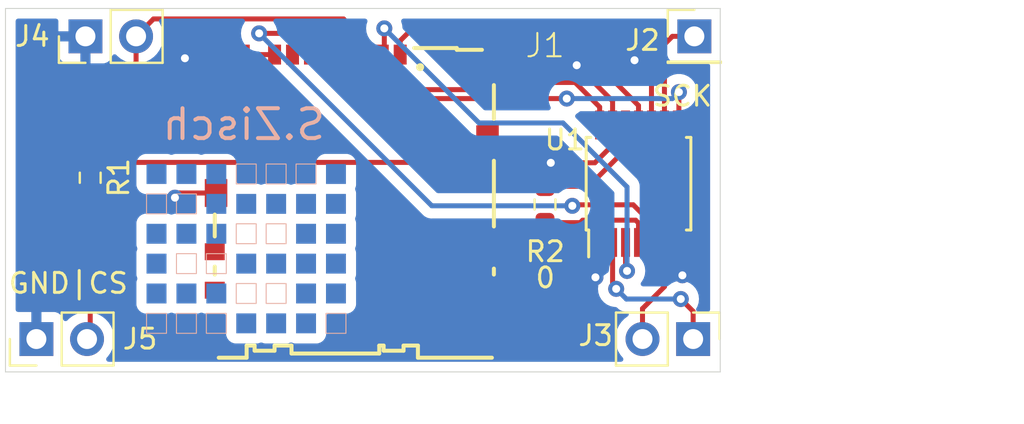
<source format=kicad_pcb>
(kicad_pcb (version 20211014) (generator pcbnew)
  (layers (0 "F.Cu" signal) (31 "B.Cu" signal) (34 "B.Paste" user) (35 "F.Paste" user) (36 "B.SilkS" user "B.Silkscreen") (37 "F.SilkS" user "F.Silkscreen") (38 "B.Mask" user) (39 "F.Mask" user) (44 "Edge.Cuts" user))
  (net 0 "")
  (net 1 "+3V3")
  (net 2 "SCLK")
  (net 3 "GND")
  (net 4 "CS")
  (net 5 "/CS_OUT")
  (net 6 "/SCLK_OUT")
  (net 7 "MISO_SD")
  (net 8 "MOSI_SD")
  (net 9 "Net-(R2-Pad2)")
  (net 10 "Net-(U1-Pad2)")
  (net 11 "Net-(U1-Pad6)")
  (footprint "Resistor_SMD:R_0603_1608Metric_Pad0.98x0.95mm_HandSolder" (layer "F.Cu") (at 136.5 88.5 -90)
    (fp_text reference "R1" (at 0 -1.43 -90) (layer "F.SilkS"))
    (fp_text value "10k")
    (fp_line (start -0.254724 -0.5225) (end 0.254724 -0.5225) (layer "F.SilkS") (width 0.12))
    (fp_line (start -0.254724 0.5225) (end 0.254724 0.5225) (layer "F.SilkS") (width 0.12))
    (pad "1" smd roundrect (at -0.9125 0 270) (size 0.975 0.95) (layers "F.Cu" "F.Paste" "F.Mask") (net 1 "+3V3"))
    (pad "2" smd roundrect (at 0.9125 0 270) (size 0.975 0.95) (layers "F.Cu" "F.Paste" "F.Mask") (net 4 "CS"))
  )
  (footprint "Eagle_WR-CRD (rev21a):693071030811" (layer "F.Cu") (at 149.746 89.762)
    (fp_text reference "J1" (at 8.5 -7.215) (layer "F.SilkS") (effects (font (size 1.1684 1.1684) (thickness 0.1016)) (justify left bottom)))
    (fp_text value "SD-Karte 9-pin push-push")
    (fp_line (start -5 7.425) (end -4 7.425) (layer "F.SilkS") (width 0.2))
    (fp_line (start -7 3.2) (end -7 3.6) (layer "F.SilkS") (width 0.2))
    (fp_line (start 3 -7.775) (end 5.14 -7.775) (layer "F.SilkS") (width 0.2))
    (fp_line (start -5.4 7.775) (end -5.4 7.165) (layer "F.SilkS") (width 0.2))
    (fp_line (start -3.15 7.565) (end 1.25 7.565) (layer "F.SilkS") (width 0.2))
    (fp_line (start 7 -5.915) (end 7 -4.215) (layer "F.SilkS") (width 0.2))
    (fp_line (start 1.25 7.165) (end 1.47 7.165) (layer "F.SilkS") (width 0.2))
    (fp_line (start -6.8 7.775) (end -5.4 7.775) (layer "F.SilkS") (width 0.2))
    (fp_line (start 2.47 7.425) (end 2.47 7.165) (layer "F.SilkS") (width 0.2))
    (fp_line (start 1.47 7.165) (end 1.47 7.425) (layer "F.SilkS") (width 0.2))
    (fp_line (start -7 0.585) (end -7 1.685) (layer "F.SilkS") (width 0.2))
    (fp_line (start 3.19 7.775) (end 6.9 7.775) (layer "F.SilkS") (width 0.2))
    (fp_line (start 2.47 7.165) (end 3.19 7.165) (layer "F.SilkS") (width 0.2))
    (fp_line (start 5.14 -7.775) (end 5.14 -7.685) (layer "F.SilkS") (width 0.2))
    (fp_line (start 1.25 7.565) (end 1.25 7.165) (layer "F.SilkS") (width 0.2))
    (fp_line (start -5.4 7.165) (end -5 7.165) (layer "F.SilkS") (width 0.2))
    (fp_line (start 7 3.3) (end 7 3.6) (layer "F.SilkS") (width 0.2))
    (fp_line (start -5 7.165) (end -5 7.425) (layer "F.SilkS") (width 0.2))
    (fp_line (start 7 -2.115) (end 7 1.185) (layer "F.SilkS") (width 0.2))
    (fp_line (start -4 7.425) (end -4 7.165) (layer "F.SilkS") (width 0.2))
    (fp_line (start 3.19 7.165) (end 3.19 7.775) (layer "F.SilkS") (width 0.2))
    (fp_line (start -3.15 7.165) (end -3.15 7.565) (layer "F.SilkS") (width 0.2))
    (fp_line (start -4 7.165) (end -3.15 7.165) (layer "F.SilkS") (width 0.2))
    (fp_line (start 1.47 7.425) (end 2.47 7.425) (layer "F.SilkS") (width 0.2))
    (fp_line (start 5.14 -7.685) (end 6.4 -7.685) (layer "F.SilkS") (width 0.2))
    (fp_circle (center 3.3 -6.815) (end 3.4 -6.815) (layer "F.SilkS") (width 0.2) (fill none))
    (pad "1" smd rect (at 2.3 -7.445) (size 0.65 1) (layers "F.Cu" "F.Paste" "F.Mask") (net 5 "/CS_OUT"))
    (pad "2" smd rect (at 1.4 -7.445) (size 0.65 1) (layers "F.Cu" "F.Paste" "F.Mask") (net 8 "MOSI_SD"))
    (pad "3" smd rect (at 0.5 -7.445) (size 0.65 1) (layers "F.Cu" "F.Paste" "F.Mask") (net 1 "+3V3"))
    (pad "4" smd rect (at -0.4 -7.445) (size 0.65 1) (layers "F.Cu" "F.Paste" "F.Mask") (net 6 "/SCLK_OUT"))
    (pad "5" smd rect (at -1.3 -7.445) (size 0.65 1) (layers "F.Cu" "F.Paste" "F.Mask") (net 3 "GND"))
    (pad "6" smd rect (at -2.2 -7.445) (size 0.65 1) (layers "F.Cu" "F.Paste" "F.Mask") (net 3 "GND"))
    (pad "7" smd rect (at -3.1 -7.445) (size 0.65 1) (layers "F.Cu" "F.Paste" "F.Mask") (net 7 "MISO_SD"))
    (pad "8" smd rect (at -4 -7.445) (size 0.65 1) (layers "F.Cu" "F.Paste" "F.Mask") (net 3 "GND"))
    (pad "9" smd rect (at -5.57 -7.445) (size 0.65 1) (layers "F.Cu" "F.Paste" "F.Mask") (net 3 "GND"))
    (pad "10" smd rect (at -6.935 -0.495) (size 1.13 1.4) (layers "F.Cu" "F.Paste" "F.Mask") (net 3 "GND"))
    (pad "11-1" smd rect (at -7.15 -7.095) (size 0.9 1.7) (layers "F.Cu" "F.Paste" "F.Mask"))
    (pad "11-3" smd rect (at -7 2.455) (size 1 0.85) (layers "F.Cu" "F.Paste" "F.Mask"))
    (pad "11-4" smd rect (at -7 4.385) (size 1 0.85) (layers "F.Cu" "F.Paste" "F.Mask"))
    (pad "11-5" smd rect (at -7.15 6.605) (size 0.9 1.7) (layers "F.Cu" "F.Paste" "F.Mask"))
    (pad "11-6" smd rect (at 7.15 6.605) (size 0.9 1.7) (layers "F.Cu" "F.Paste" "F.Mask"))
    (pad "11-7" smd rect (at 7 4.385 180) (size 1 0.85) (layers "F.Cu" "F.Paste" "F.Mask"))
    (pad "11-8" smd rect (at 6.68 2.255) (size 1.13 1.4) (layers "F.Cu" "F.Paste" "F.Mask"))
    (pad "11-9" smd rect (at 6.68 -3.195) (size 1.13 1.4) (layers "F.Cu" "F.Paste" "F.Mask"))
    (pad "11-10" smd rect (at 7.15 -7.095) (size 0.9 1.7) (layers "F.Cu" "F.Paste" "F.Mask"))
  )
  (footprint "Connector_PinHeader_2.54mm:PinHeader_1x01_P2.54mm_Vertical" (layer "F.Cu") (at 166.8 81.4)
    (fp_text reference "J2" (at -2.6 0.2) (layer "F.SilkS"))
    (fp_text value "SCK" (at -0.6 3) (layer "F.SilkS"))
    (fp_line (start -1.33 1.33) (end 1.33 1.33) (layer "F.SilkS") (width 0.12))
    (fp_line (start -1.33 0) (end -1.33 -1.33) (layer "F.SilkS") (width 0.12))
    (fp_line (start -1.33 1.27) (end 1.33 1.27) (layer "F.SilkS") (width 0.12))
    (fp_line (start -1.33 -1.33) (end 0 -1.33) (layer "F.SilkS") (width 0.12))
    (fp_line (start 1.33 1.27) (end 1.33 1.33) (layer "F.SilkS") (width 0.12))
    (fp_line (start -1.33 1.27) (end -1.33 1.33) (layer "F.SilkS") (width 0.12))
    (pad "1" thru_hole rect locked (at 0 0) (size 1.7 1.7) (drill 1) (layers *.Cu *.Mask) (net 2 "SCLK"))
  )
  (footprint "Connector_PinHeader_2.54mm:PinHeader_1x02_P2.54mm_Vertical" (layer "F.Cu") (at 136.26 81.4 90)
    (fp_text reference "J4" (at 0 -2.66 180) (layer "F.SilkS"))
    (fp_text value "GND/VCC")
    (fp_line (start -1.33 3.87) (end 1.33 3.87) (layer "F.SilkS") (width 0.12))
    (fp_line (start 1.33 1.27) (end 1.33 3.87) (layer "F.SilkS") (width 0.12))
    (fp_line (start -1.33 1.27) (end -1.33 3.87) (layer "F.SilkS") (width 0.12))
    (fp_line (start -1.33 1.27) (end 1.33 1.27) (layer "F.SilkS") (width 0.12))
    (fp_line (start -1.33 -1.33) (end 0 -1.33) (layer "F.SilkS") (width 0.12))
    (fp_line (start -1.33 0) (end -1.33 -1.33) (layer "F.SilkS") (width 0.12))
    (pad "1" thru_hole rect locked (at 0 0 90) (size 1.7 1.7) (drill 1) (layers *.Cu *.Mask) (net 3 "GND"))
    (pad "2" thru_hole oval locked (at 0 2.54 90) (size 1.7 1.7) (drill 1) (layers *.Cu *.Mask) (net 1 "+3V3"))
  )
  (footprint "Connector_PinHeader_2.54mm:PinHeader_1x02_P2.54mm_Vertical" (layer "F.Cu") (at 166.74 96.6 -90)
    (fp_text reference "J3" (at -0.175 4.89) (layer "F.SilkS"))
    (fp_text value "MOSI/MISO")
    (fp_line (start -1.33 1.27) (end -1.33 3.87) (layer "F.SilkS") (width 0.12))
    (fp_line (start 1.33 1.27) (end 1.33 3.87) (layer "F.SilkS") (width 0.12))
    (fp_line (start -1.33 0) (end -1.33 -1.33) (layer "F.SilkS") (width 0.12))
    (fp_line (start -1.33 1.27) (end 1.33 1.27) (layer "F.SilkS") (width 0.12))
    (fp_line (start -1.33 -1.33) (end 0 -1.33) (layer "F.SilkS") (width 0.12))
    (fp_line (start -1.33 3.87) (end 1.33 3.87) (layer "F.SilkS") (width 0.12))
    (pad "1" thru_hole rect (at 0 0 270) (size 1.7 1.7) (drill 1) (layers *.Cu *.Mask) (net 10 "Net-(U1-Pad2)"))
    (pad "2" thru_hole oval (at 0 2.54 270) (size 1.7 1.7) (drill 1) (layers *.Cu *.Mask) (net 11 "Net-(U1-Pad6)"))
  )
  (footprint "Connector_PinHeader_2.54mm:PinHeader_1x02_P2.54mm_Vertical" (layer "F.Cu") (at 133.8 96.6 90)
    (fp_text reference "J5" (at 0 5.2 180) (layer "F.SilkS"))
    (fp_text value "GND|CS" (at 2.8 1.6 180) (layer "F.SilkS"))
    (fp_line (start -1.33 0) (end -1.33 -1.33) (layer "F.SilkS") (width 0.12))
    (fp_line (start 1.33 1.27) (end 1.33 3.87) (layer "F.SilkS") (width 0.12))
    (fp_line (start -1.33 1.27) (end 1.33 1.27) (layer "F.SilkS") (width 0.12))
    (fp_line (start -1.33 -1.33) (end 0 -1.33) (layer "F.SilkS") (width 0.12))
    (fp_line (start -1.33 1.27) (end -1.33 3.87) (layer "F.SilkS") (width 0.12))
    (fp_line (start -1.33 3.87) (end 1.33 3.87) (layer "F.SilkS") (width 0.12))
    (pad "1" thru_hole rect locked (at 0 0 90) (size 1.7 1.7) (drill 1) (layers *.Cu *.Mask) (net 3 "GND"))
    (pad "2" thru_hole oval locked (at 0 2.54 90) (size 1.7 1.7) (drill 1) (layers *.Cu *.Mask) (net 4 "CS"))
  )
  (footprint "Package_SO:TSSOP-14_4.4x5mm_P0.65mm" (layer "F.Cu") (at 164 88.8 90)
    (fp_text reference "U1" (at 2.2 -3.7 180) (layer "F.SilkS"))
    (fp_text value "74LVTH125PW,118")
    (fp_line (start 2.325 2.625) (end 2.325 2.4) (layer "F.SilkS") (width 0.15))
    (fp_line (start -2.325 -2.625) (end 2.325 -2.625) (layer "F.SilkS") (width 0.15))
    (fp_line (start 2.325 -2.625) (end 2.325 -2.4) (layer "F.SilkS") (width 0.15))
    (fp_line (start -2.325 -2.5) (end -3.675 -2.5) (layer "F.SilkS") (width 0.15))
    (fp_line (start -2.325 2.625) (end 2.325 2.625) (layer "F.SilkS") (width 0.15))
    (fp_line (start -2.325 -2.625) (end -2.325 -2.5) (layer "F.SilkS") (width 0.15))
    (fp_line (start -2.325 2.625) (end -2.325 2.4) (layer "F.SilkS") (width 0.15))
    (pad "1" smd rect locked (at -2.95 -1.95 90) (size 1.45 0.45) (layers "F.Cu" "F.Paste" "F.Mask") (net 3 "GND"))
    (pad "2" smd rect locked (at -2.95 -1.3 90) (size 1.45 0.45) (layers "F.Cu" "F.Paste" "F.Mask") (net 10 "Net-(U1-Pad2)"))
    (pad "3" smd rect locked (at -2.95 -0.65 90) (size 1.45 0.45) (layers "F.Cu" "F.Paste" "F.Mask") (net 8 "MOSI_SD"))
    (pad "4" smd rect locked (at -2.95 0 90) (size 1.45 0.45) (layers "F.Cu" "F.Paste" "F.Mask") (net 9 "Net-(R2-Pad2)"))
    (pad "5" smd rect locked (at -2.95 0.65 90) (size 1.45 0.45) (layers "F.Cu" "F.Paste" "F.Mask") (net 7 "MISO_SD"))
    (pad "6" smd rect locked (at -2.95 1.3 90) (size 1.45 0.45) (layers "F.Cu" "F.Paste" "F.Mask") (net 11 "Net-(U1-Pad6)"))
    (pad "7" smd rect locked (at -2.95 1.95 90) (size 1.45 0.45) (layers "F.Cu" "F.Paste" "F.Mask") (net 3 "GND"))
    (pad "8" smd rect locked (at 2.95 1.95 90) (size 1.45 0.45) (layers "F.Cu" "F.Paste" "F.Mask") (net 6 "/SCLK_OUT"))
    (pad "9" smd rect locked (at 2.95 1.3 90) (size 1.45 0.45) (layers "F.Cu" "F.Paste" "F.Mask") (net 2 "SCLK"))
    (pad "10" smd rect locked (at 2.95 0.65 90) (size 1.45 0.45) (layers "F.Cu" "F.Paste" "F.Mask") (net 3 "GND"))
    (pad "11" smd rect locked (at 2.95 0 90) (size 1.45 0.45) (layers "F.Cu" "F.Paste" "F.Mask") (net 5 "/CS_OUT"))
    (pad "12" smd rect locked (at 2.95 -0.65 90) (size 1.45 0.45) (layers "F.Cu" "F.Paste" "F.Mask") (net 4 "CS"))
    (pad "13" smd rect locked (at 2.95 -1.3 90) (size 1.45 0.45) (layers "F.Cu" "F.Paste" "F.Mask") (net 3 "GND"))
    (pad "14" smd rect locked (at 2.95 -1.95 90) (size 1.45 0.45) (layers "F.Cu" "F.Paste" "F.Mask") (net 1 "+3V3"))
  )
  (footprint "Resistor_SMD:R_0603_1608Metric_Pad0.98x0.95mm_HandSolder" (layer "F.Cu") (at 159.31 89.8425 -90)
    (fp_text reference "R2" (at 2.3675 -0.01 180) (layer "F.SilkS"))
    (fp_text value "0" (at 3.6825 -0.015 180) (layer "F.SilkS"))
    (fp_line (start -0.254724 0.5225) (end 0.254724 0.5225) (layer "F.SilkS") (width 0.12))
    (fp_line (start -0.254724 -0.5225) (end 0.254724 -0.5225) (layer "F.SilkS") (width 0.12))
    (pad "1" smd roundrect (at -0.9125 0 270) (size 0.975 0.95) (layers "F.Cu" "F.Paste" "F.Mask") (net 4 "CS"))
    (pad "2" smd roundrect (at 0.9125 0 270) (size 0.975 0.95) (layers "F.Cu" "F.Paste" "F.Mask") (net 9 "Net-(R2-Pad2)"))
  )
  (footprint "IES_Logo:IES_Logo" (layer "B.Cu") (at 146.325 85.8125 180)
    (fp_text reference "REF**" hide)
    (fp_text value "IES_Logo")
    (fp_rect (start 3 -9.5) (end 4 -10.5) (layer "B.SilkS") (width 0.05) (fill none))
    (fp_rect (start 4.5 -6.5) (end 5.5 -7.5) (layer "B.SilkS") (width 0.05) (fill none))
    (fp_rect (start 0 -5) (end 1 -6) (layer "B.SilkS") (width 0.05) (fill none))
    (fp_rect (start 4.5 -9.5) (end 5.5 -10.5) (layer "B.SilkS") (width 0.05) (fill none))
    (fp_rect (start 1.5 -8) (end 2.5 -9) (layer "B.SilkS") (width 0.05) (fill none))
    (fp_rect (start -1.5 -2) (end -0.5 -3) (layer "B.SilkS") (width 0.05) (fill none))
    (fp_rect (start 4.5 -3.5) (end 5.5 -4.5) (layer "B.SilkS") (width 0.05) (fill none))
    (fp_rect (start -3 -9.5) (end -2 -10.5) (layer "B.SilkS") (width 0.05) (fill none))
    (fp_rect (start 6 -9.5) (end 7 -10.5) (layer "B.SilkS") (width 0.05) (fill none))
    (fp_rect (start 6 -3.5) (end 7 -4.5) (layer "B.SilkS") (width 0.05) (fill none))
    (fp_rect (start 3 -6.5) (end 4 -7.5) (layer "B.SilkS") (width 0.05) (fill none))
    (fp_rect (start 0 -2) (end 1 -3) (layer "B.SilkS") (width 0.05) (fill none))
    (fp_rect (start 0 -8) (end 1 -9) (layer "B.SilkS") (width 0.05) (fill none))
    (fp_rect (start 1.5 -5) (end 2.5 -6) (layer "B.SilkS") (width 0.05) (fill none))
    (fp_rect (start 1.5 -2) (end 2.5 -3) (layer "B.SilkS") (width 0.05) (fill none))
    (pad "1" smd rect (at -2.5 -2.5 180) (size 1 1) (layers "B.Cu" "B.Paste" "B.Mask"))
    (pad "5" smd rect (at 3.5 -2.5 180) (size 1 1) (layers "B.Cu" "B.Paste" "B.Mask"))
    (pad "6" smd rect (at 5 -2.5 180) (size 1 1) (layers "B.Cu" "B.Paste" "B.Mask"))
    (pad "7" smd rect (at 6.5 -2.5 180) (size 1 1) (layers "B.Cu" "B.Paste" "B.Mask"))
    (pad "8" smd rect (at -2.5 -4 180) (size 1 1) (layers "B.Cu" "B.Paste" "B.Mask"))
    (pad "9" smd rect (at -1 -4 180) (size 1 1) (layers "B.Cu" "B.Paste" "B.Mask"))
    (pad "10" smd rect (at 0.5 -4 180) (size 1 1) (layers "B.Cu" "B.Paste" "B.Mask"))
    (pad "11" smd rect (at 2 -4 180) (size 1 1) (layers "B.Cu" "B.Paste" "B.Mask"))
    (pad "12" smd rect (at 3.5 -4 180) (size 1 1) (layers "B.Cu" "B.Paste" "B.Mask"))
    (pad "15" smd rect (at -2.5 -5.5 180) (size 1 1) (layers "B.Cu" "B.Paste" "B.Mask"))
    (pad "16" smd rect (at -1 -5.5 180) (size 1 1) (layers "B.Cu" "B.Paste" "B.Mask"))
    (pad "19" smd rect (at 3.5 -5.5 180) (size 1 1) (layers "B.Cu" "B.Paste" "B.Mask"))
    (pad "20" smd rect (at 5 -5.5 180) (size 1 1) (layers "B.Cu" "B.Paste" "B.Mask"))
    (pad "21" smd rect (at 6.5 -5.5 180) (size 1 1) (layers "B.Cu" "B.Paste" "B.Mask"))
    (pad "22" smd rect (at -2.5 -7 180) (size 1 1) (layers "B.Cu" "B.Paste" "B.Mask"))
    (pad "23" smd rect (at -1 -7 180) (size 1 1) (layers "B.Cu" "B.Paste" "B.Mask"))
    (pad "24" smd rect (at 0.5 -7 180) (size 1 1) (layers "B.Cu" "B.Paste" "B.Mask"))
    (pad "25" smd rect (at 2 -7 180) (size 1 1) (layers "B.Cu" "B.Paste" "B.Mask"))
    (pad "28" smd rect (at 6.5 -7 180) (size 1 1) (layers "B.Cu" "B.Paste" "B.Mask"))
    (pad "29" smd rect (at -2.5 -8.5 180) (size 1 1) (layers "B.Cu" "B.Paste" "B.Mask"))
    (pad "30" smd rect (at -1 -8.5 180) (size 1 1) (layers "B.Cu" "B.Paste" "B.Mask"))
    (pad "33" smd rect (at 3.5 -8.5 180) (size 1 1) (layers "B.Cu" "B.Paste" "B.Mask"))
    (pad "34" smd rect (at 5 -8.5 180) (size 1 1) (layers "B.Cu" "B.Paste" "B.Mask"))
    (pad "35" smd rect (at 6.5 -8.5 180) (size 1 1) (layers "B.Cu" "B.Paste" "B.Mask"))
    (pad "37" smd rect (at -1 -10 180) (size 1 1) (layers "B.Cu" "B.Paste" "B.Mask"))
    (pad "38" smd rect (at 0.5 -10 180) (size 1 1) (layers "B.Cu" "B.Paste" "B.Mask"))
    (pad "39" smd rect (at 2 -10 180) (size 1 1) (layers "B.Cu" "B.Paste" "B.Mask"))
  )
  (gr_line (start 132.25 98.25) (end 132.25 80) (layer "Edge.Cuts") (width 0.05))
  (gr_line (start 168.1 98.25) (end 132.25 98.25) (layer "Edge.Cuts") (width 0.05))
  (gr_line (start 132.25 80) (end 168.1 80) (layer "Edge.Cuts") (width 0.05))
  (gr_line (start 168.1 80) (end 168.1 98.25) (layer "Edge.Cuts") (width 0.05))
  (gr_text "S.Zisch" (at 144.2 85.825) (layer "B.SilkS") (effects (font (size 1.5 1.5) (thickness 0.2)) (justify mirror)))
  (segment (start 150.246 83.067) (end 150.246 82.317) (width 0.25) (layer "F.Cu") (net 1))
  (segment (start 162.05 84.9464) (end 160.8204 83.7168) (width 0.25) (layer "F.Cu") (net 1))
  (segment (start 158.6832 83.7168) (end 158.32452 84.07548) (width 0.25) (layer "F.Cu") (net 1))
  (segment (start 138.8 81.4) (end 138.8 82.7) (width 0.25) (layer "F.Cu") (net 1))
  (segment (start 150.246 82.317) (end 150.246 81.567) (width 0.25) (layer "F.Cu") (net 1))
  (segment (start 138.8 82.7) (end 136.5 85) (width 0.25) (layer "F.Cu") (net 1))
  (segment (start 160.8204 83.7168) (end 158.6832 83.7168) (width 0.25) (layer "F.Cu") (net 1))
  (segment (start 150.246 81.567) (end 149.204489 80.525489) (width 0.25) (layer "F.Cu") (net 1))
  (segment (start 139.674511 80.525489) (end 138.8 81.4) (width 0.25) (layer "F.Cu") (net 1))
  (segment (start 158.32452 84.07548) (end 151.25448 84.07548) (width 0.25) (layer "F.Cu") (net 1))
  (segment (start 149.204489 80.525489) (end 139.674511 80.525489) (width 0.25) (layer "F.Cu") (net 1))
  (segment (start 136.5 85) (end 136.5 87.5875) (width 0.25) (layer "F.Cu") (net 1))
  (segment (start 162.05 85.85) (end 162.05 84.9464) (width 0.25) (layer "F.Cu") (net 1))
  (segment (start 151.25448 84.07548) (end 150.246 83.067) (width 0.25) (layer "F.Cu") (net 1))
  (segment (start 165.7 81.4) (end 166.8 81.4) (width 0.25) (layer "F.Cu") (net 2))
  (segment (start 165.3 81.8) (end 165.7 81.4) (width 0.25) (layer "F.Cu") (net 2))
  (segment (start 165.3 85.879) (end 165.3 81.8) (width 0.25) (layer "F.Cu") (net 2))
  (segment (start 162.7 86.859999) (end 161.809999 87.75) (width 0.25) (layer "F.Cu") (net 3))
  (segment (start 144.176 82.317) (end 145.746 82.317) (width 0.25) (layer "F.Cu") (net 3))
  (segment (start 162.7 84.65) (end 160.9 82.85) (width 0.25) (layer "F.Cu") (net 3))
  (segment (start 153.304978 87.75) (end 159.6 87.75) (width 0.25) (layer "F.Cu") (net 3))
  (segment (start 165.949999 93.149999) (end 166.2 93.4) (width 0.25) (layer "F.Cu") (net 3))
  (segment (start 147.546 82.317) (end 148.446 82.317) (width 0.25) (layer "F.Cu") (net 3))
  (segment (start 141.25 81.75) (end 141.25 82.5) (width 0.25) (layer "F.Cu") (net 3))
  (segment (start 142.811 89.267) (end 140.983 89.267) (width 0.25) (layer "F.Cu") (net 3))
  (segment (start 144.176 82.317) (end 143.351489 81.492489) (width 0.25) (layer "F.Cu") (net 3))
  (segment (start 164.650001 83.450001) (end 163.8 82.6) (width 0.25) (layer "F.Cu") (net 3))
  (segment (start 162.7 85.85) (end 162.7 84.65) (width 0.25) (layer "F.Cu") (net 3))
  (segment (start 162.7 85.879) (end 162.7 86.859999) (width 0.25) (layer "F.Cu") (net 3))
  (segment (start 148.446 82.891022) (end 153.304978 87.75) (width 0.25) (layer "F.Cu") (net 3))
  (segment (start 161.809999 87.75) (end 159.6 87.75) (width 0.25) (layer "F.Cu") (net 3))
  (segment (start 143.351489 81.492489) (end 141.507511 81.492489) (width 0.25) (layer "F.Cu") (net 3))
  (segment (start 148.446 82.317) (end 148.446 82.891022) (width 0.25) (layer "F.Cu") (net 3))
  (segment (start 162.05 91.75) (end 162.05 93.29) (width 0.25) (layer "F.Cu") (net 3))
  (segment (start 140.983 89.267) (end 140.75 89.5) (width 0.25) (layer "F.Cu") (net 3))
  (segment (start 164.650001 85.879) (end 164.650001 83.450001) (width 0.25) (layer "F.Cu") (net 3))
  (segment (start 162.05 93.29) (end 161.84 93.5) (width 0.25) (layer "F.Cu") (net 3))
  (segment (start 141.507511 81.492489) (end 141.25 81.75) (width 0.25) (layer "F.Cu") (net 3))
  (segment (start 165.949999 91.721) (end 165.949999 93.149999) (width 0.25) (layer "F.Cu") (net 3))
  (via (at 140.75 89.5) (size 0.8) (drill 0.4) (layers "F.Cu" "B.Cu") (net 3))
  (via (at 166.2 93.4) (size 0.8) (drill 0.4) (layers "F.Cu" "B.Cu") (net 3))
  (via (at 160.9 82.85) (size 0.8) (drill 0.4) (layers "F.Cu" "B.Cu") (net 3))
  (via (at 159.6 87.75) (size 0.8) (drill 0.4) (layers "F.Cu" "B.Cu") (net 3))
  (via (at 141.25 82.5) (size 0.8) (drill 0.4) (layers "F.Cu" "B.Cu") (net 3))
  (via (at 163.8 82.6) (size 0.8) (drill 0.4) (layers "F.Cu" "B.Cu") (net 3))
  (via (at 161.84 93.5) (size 0.8) (drill 0.4) (layers "F.Cu" "B.Cu") (net 3))
  (segment (start 153.74 88.93) (end 152.54 87.73) (width 0.25) (layer "F.Cu") (net 4))
  (segment (start 152.54 87.73) (end 138.145 87.73) (width 0.25) (layer "F.Cu") (net 4))
  (segment (start 163.35 87.08) (end 163.35 85.85) (width 0.25) (layer "F.Cu") (net 4))
  (segment (start 136.5 89.375) (end 136.5 96.44) (width 0.25) (layer "F.Cu") (net 4))
  (segment (start 138.145 87.73) (end 136.5 89.375) (width 0.25) (layer "F.Cu") (net 4))
  (segment (start 161.5 88.93) (end 163.35 87.08) (width 0.25) (layer "F.Cu") (net 4))
  (segment (start 159.31 88.93) (end 161.5 88.93) (width 0.25) (layer "F.Cu") (net 4))
  (segment (start 159.31 88.93) (end 153.74 88.93) (width 0.25) (layer "F.Cu") (net 4))
  (segment (start 136.5 96.44) (end 136.34 96.6) (width 0.25) (layer "F.Cu") (net 4))
  (segment (start 164 84.875) (end 159.997 80.872) (width 0.25) (layer "F.Cu") (net 5))
  (segment (start 164 85.85) (end 164 84.875) (width 0.25) (layer "F.Cu") (net 5))
  (segment (start 159.997 80.872) (end 152.794 80.872) (width 0.25) (layer "F.Cu") (net 5))
  (segment (start 152.794 80.872) (end 152.046 81.62) (width 0.25) (layer "F.Cu") (net 5))
  (segment (start 152.046 81.62) (end 152.046 82.317) (width 0.25) (layer "F.Cu") (net 5))
  (segment (start 150.804 84.525) (end 149.346 83.067) (width 0.25) (layer "F.Cu") (net 6))
  (segment (start 149.346 83.067) (end 149.346 82.317) (width 0.25) (layer "F.Cu") (net 6))
  (segment (start 166.025 85.804001) (end 165.950001 85.879) (width 0.25) (layer "F.Cu") (net 6))
  (segment (start 166.025 84.2) (end 166.025 85.804001) (width 0.25) (layer "F.Cu") (net 6))
  (segment (start 160.4 84.525) (end 150.804 84.525) (width 0.25) (layer "F.Cu") (net 6))
  (via (at 166.025 84.2) (size 0.8) (drill 0.4) (layers "F.Cu" "B.Cu") (net 6))
  (via (at 160.4 84.525) (size 0.8) (drill 0.4) (layers "F.Cu" "B.Cu") (net 6))
  (segment (start 165.7 84.525) (end 166.025 84.2) (width 0.25) (layer "B.Cu") (net 6))
  (segment (start 160.4 84.525) (end 165.7 84.525) (width 0.25) (layer "B.Cu") (net 6))
  (segment (start 164.65 91.75) (end 164.65 90.775) (width 0.25) (layer "F.Cu") (net 7))
  (segment (start 163.735 89.86) (end 160.73 89.86) (width 0.25) (layer "F.Cu") (net 7))
  (segment (start 146.646 81.567) (end 146.646 82.317) (width 0.25) (layer "F.Cu") (net 7))
  (segment (start 160.73 89.86) (end 160.68 89.91) (width 0.25) (layer "F.Cu") (net 7))
  (segment (start 146.328989 81.249989) (end 146.646 81.567) (width 0.25) (layer "F.Cu") (net 7))
  (segment (start 164.65 90.775) (end 163.735 89.86) (width 0.25) (layer "F.Cu") (net 7))
  (segment (start 144.972982 81.249989) (end 146.328989 81.249989) (width 0.25) (layer "F.Cu") (net 7))
  (via (at 160.68 89.91) (size 0.8) (drill 0.4) (layers "F.Cu" "B.Cu") (net 7))
  (via (at 144.972982 81.249989) (size 0.8) (drill 0.4) (layers "F.Cu" "B.Cu") (net 7))
  (segment (start 153.632993 89.91) (end 144.972982 81.249989) (width 0.25) (layer "B.Cu") (net 7))
  (segment (start 160.68 89.91) (end 153.632993 89.91) (width 0.25) (layer "B.Cu") (net 7))
  (segment (start 163.35 93.1055) (end 163.4245 93.18) (width 0.25) (layer "F.Cu") (net 8))
  (segment (start 163.35 91.75) (end 163.35 93.1055) (width 0.25) (layer "F.Cu") (net 8))
  (segment (start 151.25 82.213) (end 151.146 82.317) (width 0.25) (layer "F.Cu") (net 8))
  (segment (start 151.25 81) (end 151.25 82.213) (width 0.25) (layer "F.Cu") (net 8))
  (via (at 151.25 81) (size 0.8) (drill 0.4) (layers "F.Cu" "B.Cu") (net 8))
  (via (at 163.4245 93.18) (size 0.8) (drill 0.4) (layers "F.Cu" "B.Cu") (net 8))
  (segment (start 163.4245 88.9625) (end 160.212 85.75) (width 0.25) (layer "B.Cu") (net 8))
  (segment (start 163.4245 93.18) (end 163.4245 88.9625) (width 0.25) (layer "B.Cu") (net 8))
  (segment (start 160.212 85.75) (end 156 85.75) (width 0.25) (layer "B.Cu") (net 8))
  (segment (start 156 85.75) (end 151.25 81) (width 0.25) (layer "B.Cu") (net 8))
  (segment (start 163.855 90.63) (end 161.2 90.63) (width 0.25) (layer "F.Cu") (net 9))
  (segment (start 164 91.75) (end 164 90.775) (width 0.25) (layer "F.Cu") (net 9))
  (segment (start 164 90.775) (end 163.855 90.63) (width 0.25) (layer "F.Cu") (net 9))
  (segment (start 161.2 90.63) (end 161.075 90.755) (width 0.25) (layer "F.Cu") (net 9))
  (segment (start 161.075 90.755) (end 159.31 90.755) (width 0.25) (layer "F.Cu") (net 9))
  (segment (start 162.7 93.9) (end 162.7 91.75) (width 0.25) (layer "F.Cu") (net 10))
  (segment (start 166.74 95.21) (end 166.12 94.59) (width 0.25) (layer "F.Cu") (net 10))
  (segment (start 166.74 96.6) (end 166.74 95.21) (width 0.25) (layer "F.Cu") (net 10))
  (segment (start 162.88 94.08) (end 162.7 93.9) (width 0.25) (layer "F.Cu") (net 10))
  (via (at 162.88 94.08) (size 0.8) (drill 0.4) (layers "F.Cu" "B.Cu") (net 10))
  (via (at 166.12 94.59) (size 0.8) (drill 0.4) (layers "F.Cu" "B.Cu") (net 10))
  (segment (start 163.39 94.59) (end 162.88 94.08) (width 0.25) (layer "B.Cu") (net 10))
  (segment (start 166.12 94.59) (end 163.39 94.59) (width 0.25) (layer "B.Cu") (net 10))
  (segment (start 165.3 91.75) (end 165.3 93.97) (width 0.25) (layer "F.Cu") (net 11))
  (segment (start 164.2 96.6) (end 164.2 95.07) (width 0.25) (layer "F.Cu") (net 11))
  (segment (start 164.2 95.07) (end 165.3 93.97) (width 0.25) (layer "F.Cu") (net 11))
  (zone (net 3) (net_name "GND") (layer "B.Cu") (connect_pads (clearance 0.508)) (min_thickness 0.254) (fill yes (thermal_gap 0.508) (thermal_bridge_width 0.508))
    (polygon (pts (xy 168 98) (xy 132.4 98) (xy 132.4 80.2) (xy 168 80.2)))
  )
)
</source>
